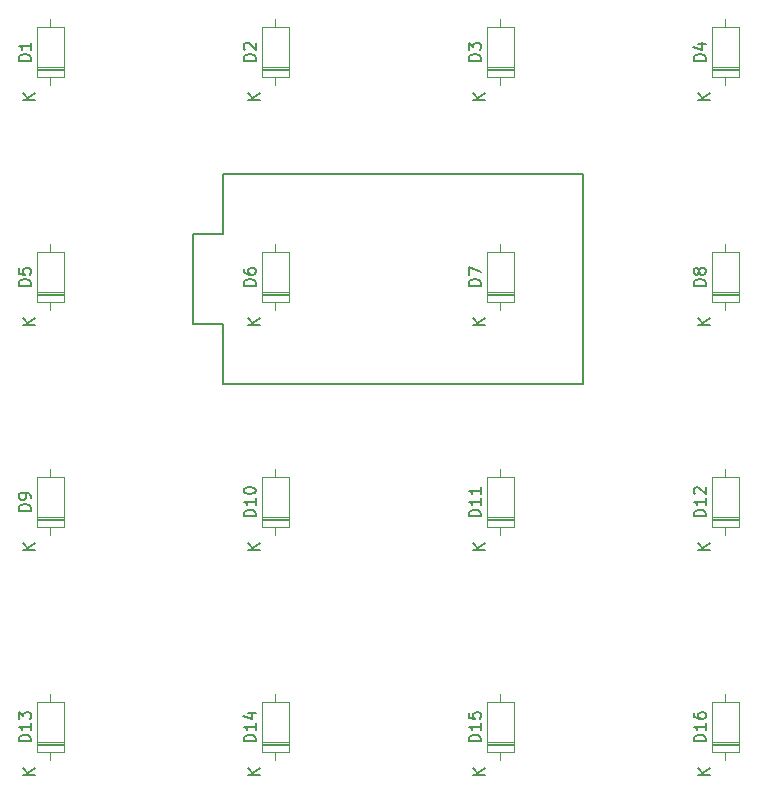
<source format=gbr>
%TF.GenerationSoftware,KiCad,Pcbnew,(5.1.6)-1*%
%TF.CreationDate,2020-05-26T13:33:24-05:00*%
%TF.ProjectId,cerkit16,6365726b-6974-4313-962e-6b696361645f,rev?*%
%TF.SameCoordinates,Original*%
%TF.FileFunction,Legend,Top*%
%TF.FilePolarity,Positive*%
%FSLAX46Y46*%
G04 Gerber Fmt 4.6, Leading zero omitted, Abs format (unit mm)*
G04 Created by KiCad (PCBNEW (5.1.6)-1) date 2020-05-26 13:33:24*
%MOMM*%
%LPD*%
G01*
G04 APERTURE LIST*
%ADD10C,0.150000*%
%ADD11C,0.120000*%
G04 APERTURE END LIST*
D10*
%TO.C,U1*%
X103822500Y-68738750D02*
X103822500Y-50958750D01*
X103822500Y-50958750D02*
X73342500Y-50958750D01*
X73342500Y-50958750D02*
X73342500Y-56038750D01*
X73342500Y-56038750D02*
X70802500Y-56038750D01*
X70802500Y-56038750D02*
X70802500Y-63658750D01*
X70802500Y-63658750D02*
X73342500Y-63658750D01*
X73342500Y-63658750D02*
X73342500Y-68738750D01*
X73342500Y-68738750D02*
X103822500Y-68738750D01*
D11*
%TO.C,D16*%
X114767500Y-99910000D02*
X117007500Y-99910000D01*
X117007500Y-99910000D02*
X117007500Y-95670000D01*
X117007500Y-95670000D02*
X114767500Y-95670000D01*
X114767500Y-95670000D02*
X114767500Y-99910000D01*
X115887500Y-100560000D02*
X115887500Y-99910000D01*
X115887500Y-95020000D02*
X115887500Y-95670000D01*
X114767500Y-99190000D02*
X117007500Y-99190000D01*
X114767500Y-99070000D02*
X117007500Y-99070000D01*
X114767500Y-99310000D02*
X117007500Y-99310000D01*
%TO.C,D15*%
X95717500Y-99910000D02*
X97957500Y-99910000D01*
X97957500Y-99910000D02*
X97957500Y-95670000D01*
X97957500Y-95670000D02*
X95717500Y-95670000D01*
X95717500Y-95670000D02*
X95717500Y-99910000D01*
X96837500Y-100560000D02*
X96837500Y-99910000D01*
X96837500Y-95020000D02*
X96837500Y-95670000D01*
X95717500Y-99190000D02*
X97957500Y-99190000D01*
X95717500Y-99070000D02*
X97957500Y-99070000D01*
X95717500Y-99310000D02*
X97957500Y-99310000D01*
%TO.C,D14*%
X76667500Y-99910000D02*
X78907500Y-99910000D01*
X78907500Y-99910000D02*
X78907500Y-95670000D01*
X78907500Y-95670000D02*
X76667500Y-95670000D01*
X76667500Y-95670000D02*
X76667500Y-99910000D01*
X77787500Y-100560000D02*
X77787500Y-99910000D01*
X77787500Y-95020000D02*
X77787500Y-95670000D01*
X76667500Y-99190000D02*
X78907500Y-99190000D01*
X76667500Y-99070000D02*
X78907500Y-99070000D01*
X76667500Y-99310000D02*
X78907500Y-99310000D01*
%TO.C,D13*%
X57617500Y-99910000D02*
X59857500Y-99910000D01*
X59857500Y-99910000D02*
X59857500Y-95670000D01*
X59857500Y-95670000D02*
X57617500Y-95670000D01*
X57617500Y-95670000D02*
X57617500Y-99910000D01*
X58737500Y-100560000D02*
X58737500Y-99910000D01*
X58737500Y-95020000D02*
X58737500Y-95670000D01*
X57617500Y-99190000D02*
X59857500Y-99190000D01*
X57617500Y-99070000D02*
X59857500Y-99070000D01*
X57617500Y-99310000D02*
X59857500Y-99310000D01*
%TO.C,D12*%
X114767500Y-80860000D02*
X117007500Y-80860000D01*
X117007500Y-80860000D02*
X117007500Y-76620000D01*
X117007500Y-76620000D02*
X114767500Y-76620000D01*
X114767500Y-76620000D02*
X114767500Y-80860000D01*
X115887500Y-81510000D02*
X115887500Y-80860000D01*
X115887500Y-75970000D02*
X115887500Y-76620000D01*
X114767500Y-80140000D02*
X117007500Y-80140000D01*
X114767500Y-80020000D02*
X117007500Y-80020000D01*
X114767500Y-80260000D02*
X117007500Y-80260000D01*
%TO.C,D11*%
X95717500Y-80860000D02*
X97957500Y-80860000D01*
X97957500Y-80860000D02*
X97957500Y-76620000D01*
X97957500Y-76620000D02*
X95717500Y-76620000D01*
X95717500Y-76620000D02*
X95717500Y-80860000D01*
X96837500Y-81510000D02*
X96837500Y-80860000D01*
X96837500Y-75970000D02*
X96837500Y-76620000D01*
X95717500Y-80140000D02*
X97957500Y-80140000D01*
X95717500Y-80020000D02*
X97957500Y-80020000D01*
X95717500Y-80260000D02*
X97957500Y-80260000D01*
%TO.C,D10*%
X76667500Y-80860000D02*
X78907500Y-80860000D01*
X78907500Y-80860000D02*
X78907500Y-76620000D01*
X78907500Y-76620000D02*
X76667500Y-76620000D01*
X76667500Y-76620000D02*
X76667500Y-80860000D01*
X77787500Y-81510000D02*
X77787500Y-80860000D01*
X77787500Y-75970000D02*
X77787500Y-76620000D01*
X76667500Y-80140000D02*
X78907500Y-80140000D01*
X76667500Y-80020000D02*
X78907500Y-80020000D01*
X76667500Y-80260000D02*
X78907500Y-80260000D01*
%TO.C,D9*%
X57617500Y-80860000D02*
X59857500Y-80860000D01*
X59857500Y-80860000D02*
X59857500Y-76620000D01*
X59857500Y-76620000D02*
X57617500Y-76620000D01*
X57617500Y-76620000D02*
X57617500Y-80860000D01*
X58737500Y-81510000D02*
X58737500Y-80860000D01*
X58737500Y-75970000D02*
X58737500Y-76620000D01*
X57617500Y-80140000D02*
X59857500Y-80140000D01*
X57617500Y-80020000D02*
X59857500Y-80020000D01*
X57617500Y-80260000D02*
X59857500Y-80260000D01*
%TO.C,D8*%
X114767500Y-61810000D02*
X117007500Y-61810000D01*
X117007500Y-61810000D02*
X117007500Y-57570000D01*
X117007500Y-57570000D02*
X114767500Y-57570000D01*
X114767500Y-57570000D02*
X114767500Y-61810000D01*
X115887500Y-62460000D02*
X115887500Y-61810000D01*
X115887500Y-56920000D02*
X115887500Y-57570000D01*
X114767500Y-61090000D02*
X117007500Y-61090000D01*
X114767500Y-60970000D02*
X117007500Y-60970000D01*
X114767500Y-61210000D02*
X117007500Y-61210000D01*
%TO.C,D7*%
X95717500Y-61810000D02*
X97957500Y-61810000D01*
X97957500Y-61810000D02*
X97957500Y-57570000D01*
X97957500Y-57570000D02*
X95717500Y-57570000D01*
X95717500Y-57570000D02*
X95717500Y-61810000D01*
X96837500Y-62460000D02*
X96837500Y-61810000D01*
X96837500Y-56920000D02*
X96837500Y-57570000D01*
X95717500Y-61090000D02*
X97957500Y-61090000D01*
X95717500Y-60970000D02*
X97957500Y-60970000D01*
X95717500Y-61210000D02*
X97957500Y-61210000D01*
%TO.C,D6*%
X76667500Y-61810000D02*
X78907500Y-61810000D01*
X78907500Y-61810000D02*
X78907500Y-57570000D01*
X78907500Y-57570000D02*
X76667500Y-57570000D01*
X76667500Y-57570000D02*
X76667500Y-61810000D01*
X77787500Y-62460000D02*
X77787500Y-61810000D01*
X77787500Y-56920000D02*
X77787500Y-57570000D01*
X76667500Y-61090000D02*
X78907500Y-61090000D01*
X76667500Y-60970000D02*
X78907500Y-60970000D01*
X76667500Y-61210000D02*
X78907500Y-61210000D01*
%TO.C,D5*%
X57617500Y-61810000D02*
X59857500Y-61810000D01*
X59857500Y-61810000D02*
X59857500Y-57570000D01*
X59857500Y-57570000D02*
X57617500Y-57570000D01*
X57617500Y-57570000D02*
X57617500Y-61810000D01*
X58737500Y-62460000D02*
X58737500Y-61810000D01*
X58737500Y-56920000D02*
X58737500Y-57570000D01*
X57617500Y-61090000D02*
X59857500Y-61090000D01*
X57617500Y-60970000D02*
X59857500Y-60970000D01*
X57617500Y-61210000D02*
X59857500Y-61210000D01*
%TO.C,D4*%
X114767500Y-42760000D02*
X117007500Y-42760000D01*
X117007500Y-42760000D02*
X117007500Y-38520000D01*
X117007500Y-38520000D02*
X114767500Y-38520000D01*
X114767500Y-38520000D02*
X114767500Y-42760000D01*
X115887500Y-43410000D02*
X115887500Y-42760000D01*
X115887500Y-37870000D02*
X115887500Y-38520000D01*
X114767500Y-42040000D02*
X117007500Y-42040000D01*
X114767500Y-41920000D02*
X117007500Y-41920000D01*
X114767500Y-42160000D02*
X117007500Y-42160000D01*
%TO.C,D3*%
X95717500Y-42760000D02*
X97957500Y-42760000D01*
X97957500Y-42760000D02*
X97957500Y-38520000D01*
X97957500Y-38520000D02*
X95717500Y-38520000D01*
X95717500Y-38520000D02*
X95717500Y-42760000D01*
X96837500Y-43410000D02*
X96837500Y-42760000D01*
X96837500Y-37870000D02*
X96837500Y-38520000D01*
X95717500Y-42040000D02*
X97957500Y-42040000D01*
X95717500Y-41920000D02*
X97957500Y-41920000D01*
X95717500Y-42160000D02*
X97957500Y-42160000D01*
%TO.C,D2*%
X76667500Y-42760000D02*
X78907500Y-42760000D01*
X78907500Y-42760000D02*
X78907500Y-38520000D01*
X78907500Y-38520000D02*
X76667500Y-38520000D01*
X76667500Y-38520000D02*
X76667500Y-42760000D01*
X77787500Y-43410000D02*
X77787500Y-42760000D01*
X77787500Y-37870000D02*
X77787500Y-38520000D01*
X76667500Y-42040000D02*
X78907500Y-42040000D01*
X76667500Y-41920000D02*
X78907500Y-41920000D01*
X76667500Y-42160000D02*
X78907500Y-42160000D01*
%TO.C,D1*%
X57617500Y-42760000D02*
X59857500Y-42760000D01*
X59857500Y-42760000D02*
X59857500Y-38520000D01*
X59857500Y-38520000D02*
X57617500Y-38520000D01*
X57617500Y-38520000D02*
X57617500Y-42760000D01*
X58737500Y-43410000D02*
X58737500Y-42760000D01*
X58737500Y-37870000D02*
X58737500Y-38520000D01*
X57617500Y-42040000D02*
X59857500Y-42040000D01*
X57617500Y-41920000D02*
X59857500Y-41920000D01*
X57617500Y-42160000D02*
X59857500Y-42160000D01*
%TO.C,D16*%
D10*
X114219880Y-99004285D02*
X113219880Y-99004285D01*
X113219880Y-98766190D01*
X113267500Y-98623333D01*
X113362738Y-98528095D01*
X113457976Y-98480476D01*
X113648452Y-98432857D01*
X113791309Y-98432857D01*
X113981785Y-98480476D01*
X114077023Y-98528095D01*
X114172261Y-98623333D01*
X114219880Y-98766190D01*
X114219880Y-99004285D01*
X114219880Y-97480476D02*
X114219880Y-98051904D01*
X114219880Y-97766190D02*
X113219880Y-97766190D01*
X113362738Y-97861428D01*
X113457976Y-97956666D01*
X113505595Y-98051904D01*
X113219880Y-96623333D02*
X113219880Y-96813809D01*
X113267500Y-96909047D01*
X113315119Y-96956666D01*
X113457976Y-97051904D01*
X113648452Y-97099523D01*
X114029404Y-97099523D01*
X114124642Y-97051904D01*
X114172261Y-97004285D01*
X114219880Y-96909047D01*
X114219880Y-96718571D01*
X114172261Y-96623333D01*
X114124642Y-96575714D01*
X114029404Y-96528095D01*
X113791309Y-96528095D01*
X113696071Y-96575714D01*
X113648452Y-96623333D01*
X113600833Y-96718571D01*
X113600833Y-96909047D01*
X113648452Y-97004285D01*
X113696071Y-97051904D01*
X113791309Y-97099523D01*
X114539880Y-101861904D02*
X113539880Y-101861904D01*
X114539880Y-101290476D02*
X113968452Y-101719047D01*
X113539880Y-101290476D02*
X114111309Y-101861904D01*
%TO.C,D15*%
X95169880Y-99004285D02*
X94169880Y-99004285D01*
X94169880Y-98766190D01*
X94217500Y-98623333D01*
X94312738Y-98528095D01*
X94407976Y-98480476D01*
X94598452Y-98432857D01*
X94741309Y-98432857D01*
X94931785Y-98480476D01*
X95027023Y-98528095D01*
X95122261Y-98623333D01*
X95169880Y-98766190D01*
X95169880Y-99004285D01*
X95169880Y-97480476D02*
X95169880Y-98051904D01*
X95169880Y-97766190D02*
X94169880Y-97766190D01*
X94312738Y-97861428D01*
X94407976Y-97956666D01*
X94455595Y-98051904D01*
X94169880Y-96575714D02*
X94169880Y-97051904D01*
X94646071Y-97099523D01*
X94598452Y-97051904D01*
X94550833Y-96956666D01*
X94550833Y-96718571D01*
X94598452Y-96623333D01*
X94646071Y-96575714D01*
X94741309Y-96528095D01*
X94979404Y-96528095D01*
X95074642Y-96575714D01*
X95122261Y-96623333D01*
X95169880Y-96718571D01*
X95169880Y-96956666D01*
X95122261Y-97051904D01*
X95074642Y-97099523D01*
X95489880Y-101861904D02*
X94489880Y-101861904D01*
X95489880Y-101290476D02*
X94918452Y-101719047D01*
X94489880Y-101290476D02*
X95061309Y-101861904D01*
%TO.C,D14*%
X76119880Y-99004285D02*
X75119880Y-99004285D01*
X75119880Y-98766190D01*
X75167500Y-98623333D01*
X75262738Y-98528095D01*
X75357976Y-98480476D01*
X75548452Y-98432857D01*
X75691309Y-98432857D01*
X75881785Y-98480476D01*
X75977023Y-98528095D01*
X76072261Y-98623333D01*
X76119880Y-98766190D01*
X76119880Y-99004285D01*
X76119880Y-97480476D02*
X76119880Y-98051904D01*
X76119880Y-97766190D02*
X75119880Y-97766190D01*
X75262738Y-97861428D01*
X75357976Y-97956666D01*
X75405595Y-98051904D01*
X75453214Y-96623333D02*
X76119880Y-96623333D01*
X75072261Y-96861428D02*
X75786547Y-97099523D01*
X75786547Y-96480476D01*
X76439880Y-101861904D02*
X75439880Y-101861904D01*
X76439880Y-101290476D02*
X75868452Y-101719047D01*
X75439880Y-101290476D02*
X76011309Y-101861904D01*
%TO.C,D13*%
X57069880Y-99004285D02*
X56069880Y-99004285D01*
X56069880Y-98766190D01*
X56117500Y-98623333D01*
X56212738Y-98528095D01*
X56307976Y-98480476D01*
X56498452Y-98432857D01*
X56641309Y-98432857D01*
X56831785Y-98480476D01*
X56927023Y-98528095D01*
X57022261Y-98623333D01*
X57069880Y-98766190D01*
X57069880Y-99004285D01*
X57069880Y-97480476D02*
X57069880Y-98051904D01*
X57069880Y-97766190D02*
X56069880Y-97766190D01*
X56212738Y-97861428D01*
X56307976Y-97956666D01*
X56355595Y-98051904D01*
X56069880Y-97147142D02*
X56069880Y-96528095D01*
X56450833Y-96861428D01*
X56450833Y-96718571D01*
X56498452Y-96623333D01*
X56546071Y-96575714D01*
X56641309Y-96528095D01*
X56879404Y-96528095D01*
X56974642Y-96575714D01*
X57022261Y-96623333D01*
X57069880Y-96718571D01*
X57069880Y-97004285D01*
X57022261Y-97099523D01*
X56974642Y-97147142D01*
X57389880Y-101861904D02*
X56389880Y-101861904D01*
X57389880Y-101290476D02*
X56818452Y-101719047D01*
X56389880Y-101290476D02*
X56961309Y-101861904D01*
%TO.C,D12*%
X114219880Y-79954285D02*
X113219880Y-79954285D01*
X113219880Y-79716190D01*
X113267500Y-79573333D01*
X113362738Y-79478095D01*
X113457976Y-79430476D01*
X113648452Y-79382857D01*
X113791309Y-79382857D01*
X113981785Y-79430476D01*
X114077023Y-79478095D01*
X114172261Y-79573333D01*
X114219880Y-79716190D01*
X114219880Y-79954285D01*
X114219880Y-78430476D02*
X114219880Y-79001904D01*
X114219880Y-78716190D02*
X113219880Y-78716190D01*
X113362738Y-78811428D01*
X113457976Y-78906666D01*
X113505595Y-79001904D01*
X113315119Y-78049523D02*
X113267500Y-78001904D01*
X113219880Y-77906666D01*
X113219880Y-77668571D01*
X113267500Y-77573333D01*
X113315119Y-77525714D01*
X113410357Y-77478095D01*
X113505595Y-77478095D01*
X113648452Y-77525714D01*
X114219880Y-78097142D01*
X114219880Y-77478095D01*
X114539880Y-82811904D02*
X113539880Y-82811904D01*
X114539880Y-82240476D02*
X113968452Y-82669047D01*
X113539880Y-82240476D02*
X114111309Y-82811904D01*
%TO.C,D11*%
X95169880Y-79954285D02*
X94169880Y-79954285D01*
X94169880Y-79716190D01*
X94217500Y-79573333D01*
X94312738Y-79478095D01*
X94407976Y-79430476D01*
X94598452Y-79382857D01*
X94741309Y-79382857D01*
X94931785Y-79430476D01*
X95027023Y-79478095D01*
X95122261Y-79573333D01*
X95169880Y-79716190D01*
X95169880Y-79954285D01*
X95169880Y-78430476D02*
X95169880Y-79001904D01*
X95169880Y-78716190D02*
X94169880Y-78716190D01*
X94312738Y-78811428D01*
X94407976Y-78906666D01*
X94455595Y-79001904D01*
X95169880Y-77478095D02*
X95169880Y-78049523D01*
X95169880Y-77763809D02*
X94169880Y-77763809D01*
X94312738Y-77859047D01*
X94407976Y-77954285D01*
X94455595Y-78049523D01*
X95489880Y-82811904D02*
X94489880Y-82811904D01*
X95489880Y-82240476D02*
X94918452Y-82669047D01*
X94489880Y-82240476D02*
X95061309Y-82811904D01*
%TO.C,D10*%
X76119880Y-79954285D02*
X75119880Y-79954285D01*
X75119880Y-79716190D01*
X75167500Y-79573333D01*
X75262738Y-79478095D01*
X75357976Y-79430476D01*
X75548452Y-79382857D01*
X75691309Y-79382857D01*
X75881785Y-79430476D01*
X75977023Y-79478095D01*
X76072261Y-79573333D01*
X76119880Y-79716190D01*
X76119880Y-79954285D01*
X76119880Y-78430476D02*
X76119880Y-79001904D01*
X76119880Y-78716190D02*
X75119880Y-78716190D01*
X75262738Y-78811428D01*
X75357976Y-78906666D01*
X75405595Y-79001904D01*
X75119880Y-77811428D02*
X75119880Y-77716190D01*
X75167500Y-77620952D01*
X75215119Y-77573333D01*
X75310357Y-77525714D01*
X75500833Y-77478095D01*
X75738928Y-77478095D01*
X75929404Y-77525714D01*
X76024642Y-77573333D01*
X76072261Y-77620952D01*
X76119880Y-77716190D01*
X76119880Y-77811428D01*
X76072261Y-77906666D01*
X76024642Y-77954285D01*
X75929404Y-78001904D01*
X75738928Y-78049523D01*
X75500833Y-78049523D01*
X75310357Y-78001904D01*
X75215119Y-77954285D01*
X75167500Y-77906666D01*
X75119880Y-77811428D01*
X76439880Y-82811904D02*
X75439880Y-82811904D01*
X76439880Y-82240476D02*
X75868452Y-82669047D01*
X75439880Y-82240476D02*
X76011309Y-82811904D01*
%TO.C,D9*%
X57069880Y-79478095D02*
X56069880Y-79478095D01*
X56069880Y-79240000D01*
X56117500Y-79097142D01*
X56212738Y-79001904D01*
X56307976Y-78954285D01*
X56498452Y-78906666D01*
X56641309Y-78906666D01*
X56831785Y-78954285D01*
X56927023Y-79001904D01*
X57022261Y-79097142D01*
X57069880Y-79240000D01*
X57069880Y-79478095D01*
X57069880Y-78430476D02*
X57069880Y-78240000D01*
X57022261Y-78144761D01*
X56974642Y-78097142D01*
X56831785Y-78001904D01*
X56641309Y-77954285D01*
X56260357Y-77954285D01*
X56165119Y-78001904D01*
X56117500Y-78049523D01*
X56069880Y-78144761D01*
X56069880Y-78335238D01*
X56117500Y-78430476D01*
X56165119Y-78478095D01*
X56260357Y-78525714D01*
X56498452Y-78525714D01*
X56593690Y-78478095D01*
X56641309Y-78430476D01*
X56688928Y-78335238D01*
X56688928Y-78144761D01*
X56641309Y-78049523D01*
X56593690Y-78001904D01*
X56498452Y-77954285D01*
X57389880Y-82811904D02*
X56389880Y-82811904D01*
X57389880Y-82240476D02*
X56818452Y-82669047D01*
X56389880Y-82240476D02*
X56961309Y-82811904D01*
%TO.C,D8*%
X114219880Y-60428095D02*
X113219880Y-60428095D01*
X113219880Y-60190000D01*
X113267500Y-60047142D01*
X113362738Y-59951904D01*
X113457976Y-59904285D01*
X113648452Y-59856666D01*
X113791309Y-59856666D01*
X113981785Y-59904285D01*
X114077023Y-59951904D01*
X114172261Y-60047142D01*
X114219880Y-60190000D01*
X114219880Y-60428095D01*
X113648452Y-59285238D02*
X113600833Y-59380476D01*
X113553214Y-59428095D01*
X113457976Y-59475714D01*
X113410357Y-59475714D01*
X113315119Y-59428095D01*
X113267500Y-59380476D01*
X113219880Y-59285238D01*
X113219880Y-59094761D01*
X113267500Y-58999523D01*
X113315119Y-58951904D01*
X113410357Y-58904285D01*
X113457976Y-58904285D01*
X113553214Y-58951904D01*
X113600833Y-58999523D01*
X113648452Y-59094761D01*
X113648452Y-59285238D01*
X113696071Y-59380476D01*
X113743690Y-59428095D01*
X113838928Y-59475714D01*
X114029404Y-59475714D01*
X114124642Y-59428095D01*
X114172261Y-59380476D01*
X114219880Y-59285238D01*
X114219880Y-59094761D01*
X114172261Y-58999523D01*
X114124642Y-58951904D01*
X114029404Y-58904285D01*
X113838928Y-58904285D01*
X113743690Y-58951904D01*
X113696071Y-58999523D01*
X113648452Y-59094761D01*
X114539880Y-63761904D02*
X113539880Y-63761904D01*
X114539880Y-63190476D02*
X113968452Y-63619047D01*
X113539880Y-63190476D02*
X114111309Y-63761904D01*
%TO.C,D7*%
X95169880Y-60428095D02*
X94169880Y-60428095D01*
X94169880Y-60190000D01*
X94217500Y-60047142D01*
X94312738Y-59951904D01*
X94407976Y-59904285D01*
X94598452Y-59856666D01*
X94741309Y-59856666D01*
X94931785Y-59904285D01*
X95027023Y-59951904D01*
X95122261Y-60047142D01*
X95169880Y-60190000D01*
X95169880Y-60428095D01*
X94169880Y-59523333D02*
X94169880Y-58856666D01*
X95169880Y-59285238D01*
X95489880Y-63761904D02*
X94489880Y-63761904D01*
X95489880Y-63190476D02*
X94918452Y-63619047D01*
X94489880Y-63190476D02*
X95061309Y-63761904D01*
%TO.C,D6*%
X76119880Y-60428095D02*
X75119880Y-60428095D01*
X75119880Y-60190000D01*
X75167500Y-60047142D01*
X75262738Y-59951904D01*
X75357976Y-59904285D01*
X75548452Y-59856666D01*
X75691309Y-59856666D01*
X75881785Y-59904285D01*
X75977023Y-59951904D01*
X76072261Y-60047142D01*
X76119880Y-60190000D01*
X76119880Y-60428095D01*
X75119880Y-58999523D02*
X75119880Y-59190000D01*
X75167500Y-59285238D01*
X75215119Y-59332857D01*
X75357976Y-59428095D01*
X75548452Y-59475714D01*
X75929404Y-59475714D01*
X76024642Y-59428095D01*
X76072261Y-59380476D01*
X76119880Y-59285238D01*
X76119880Y-59094761D01*
X76072261Y-58999523D01*
X76024642Y-58951904D01*
X75929404Y-58904285D01*
X75691309Y-58904285D01*
X75596071Y-58951904D01*
X75548452Y-58999523D01*
X75500833Y-59094761D01*
X75500833Y-59285238D01*
X75548452Y-59380476D01*
X75596071Y-59428095D01*
X75691309Y-59475714D01*
X76439880Y-63761904D02*
X75439880Y-63761904D01*
X76439880Y-63190476D02*
X75868452Y-63619047D01*
X75439880Y-63190476D02*
X76011309Y-63761904D01*
%TO.C,D5*%
X57069880Y-60428095D02*
X56069880Y-60428095D01*
X56069880Y-60190000D01*
X56117500Y-60047142D01*
X56212738Y-59951904D01*
X56307976Y-59904285D01*
X56498452Y-59856666D01*
X56641309Y-59856666D01*
X56831785Y-59904285D01*
X56927023Y-59951904D01*
X57022261Y-60047142D01*
X57069880Y-60190000D01*
X57069880Y-60428095D01*
X56069880Y-58951904D02*
X56069880Y-59428095D01*
X56546071Y-59475714D01*
X56498452Y-59428095D01*
X56450833Y-59332857D01*
X56450833Y-59094761D01*
X56498452Y-58999523D01*
X56546071Y-58951904D01*
X56641309Y-58904285D01*
X56879404Y-58904285D01*
X56974642Y-58951904D01*
X57022261Y-58999523D01*
X57069880Y-59094761D01*
X57069880Y-59332857D01*
X57022261Y-59428095D01*
X56974642Y-59475714D01*
X57389880Y-63761904D02*
X56389880Y-63761904D01*
X57389880Y-63190476D02*
X56818452Y-63619047D01*
X56389880Y-63190476D02*
X56961309Y-63761904D01*
%TO.C,D4*%
X114219880Y-41378095D02*
X113219880Y-41378095D01*
X113219880Y-41140000D01*
X113267500Y-40997142D01*
X113362738Y-40901904D01*
X113457976Y-40854285D01*
X113648452Y-40806666D01*
X113791309Y-40806666D01*
X113981785Y-40854285D01*
X114077023Y-40901904D01*
X114172261Y-40997142D01*
X114219880Y-41140000D01*
X114219880Y-41378095D01*
X113553214Y-39949523D02*
X114219880Y-39949523D01*
X113172261Y-40187619D02*
X113886547Y-40425714D01*
X113886547Y-39806666D01*
X114539880Y-44711904D02*
X113539880Y-44711904D01*
X114539880Y-44140476D02*
X113968452Y-44569047D01*
X113539880Y-44140476D02*
X114111309Y-44711904D01*
%TO.C,D3*%
X95169880Y-41378095D02*
X94169880Y-41378095D01*
X94169880Y-41140000D01*
X94217500Y-40997142D01*
X94312738Y-40901904D01*
X94407976Y-40854285D01*
X94598452Y-40806666D01*
X94741309Y-40806666D01*
X94931785Y-40854285D01*
X95027023Y-40901904D01*
X95122261Y-40997142D01*
X95169880Y-41140000D01*
X95169880Y-41378095D01*
X94169880Y-40473333D02*
X94169880Y-39854285D01*
X94550833Y-40187619D01*
X94550833Y-40044761D01*
X94598452Y-39949523D01*
X94646071Y-39901904D01*
X94741309Y-39854285D01*
X94979404Y-39854285D01*
X95074642Y-39901904D01*
X95122261Y-39949523D01*
X95169880Y-40044761D01*
X95169880Y-40330476D01*
X95122261Y-40425714D01*
X95074642Y-40473333D01*
X95489880Y-44711904D02*
X94489880Y-44711904D01*
X95489880Y-44140476D02*
X94918452Y-44569047D01*
X94489880Y-44140476D02*
X95061309Y-44711904D01*
%TO.C,D2*%
X76119880Y-41378095D02*
X75119880Y-41378095D01*
X75119880Y-41140000D01*
X75167500Y-40997142D01*
X75262738Y-40901904D01*
X75357976Y-40854285D01*
X75548452Y-40806666D01*
X75691309Y-40806666D01*
X75881785Y-40854285D01*
X75977023Y-40901904D01*
X76072261Y-40997142D01*
X76119880Y-41140000D01*
X76119880Y-41378095D01*
X75215119Y-40425714D02*
X75167500Y-40378095D01*
X75119880Y-40282857D01*
X75119880Y-40044761D01*
X75167500Y-39949523D01*
X75215119Y-39901904D01*
X75310357Y-39854285D01*
X75405595Y-39854285D01*
X75548452Y-39901904D01*
X76119880Y-40473333D01*
X76119880Y-39854285D01*
X76439880Y-44711904D02*
X75439880Y-44711904D01*
X76439880Y-44140476D02*
X75868452Y-44569047D01*
X75439880Y-44140476D02*
X76011309Y-44711904D01*
%TO.C,D1*%
X57069880Y-41378095D02*
X56069880Y-41378095D01*
X56069880Y-41140000D01*
X56117500Y-40997142D01*
X56212738Y-40901904D01*
X56307976Y-40854285D01*
X56498452Y-40806666D01*
X56641309Y-40806666D01*
X56831785Y-40854285D01*
X56927023Y-40901904D01*
X57022261Y-40997142D01*
X57069880Y-41140000D01*
X57069880Y-41378095D01*
X57069880Y-39854285D02*
X57069880Y-40425714D01*
X57069880Y-40140000D02*
X56069880Y-40140000D01*
X56212738Y-40235238D01*
X56307976Y-40330476D01*
X56355595Y-40425714D01*
X57389880Y-44711904D02*
X56389880Y-44711904D01*
X57389880Y-44140476D02*
X56818452Y-44569047D01*
X56389880Y-44140476D02*
X56961309Y-44711904D01*
%TD*%
M02*

</source>
